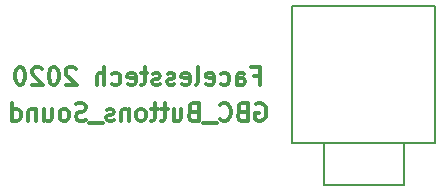
<source format=gbr>
G04 #@! TF.GenerationSoftware,KiCad,Pcbnew,5.0.2+dfsg1-1~bpo9+1*
G04 #@! TF.CreationDate,2020-09-22T18:59:10+01:00*
G04 #@! TF.ProjectId,gbc_outline_buttons_sound_new,6762635f-6f75-4746-9c69-6e655f627574,rev?*
G04 #@! TF.SameCoordinates,Original*
G04 #@! TF.FileFunction,Legend,Bot*
G04 #@! TF.FilePolarity,Positive*
%FSLAX46Y46*%
G04 Gerber Fmt 4.6, Leading zero omitted, Abs format (unit mm)*
G04 Created by KiCad (PCBNEW 5.0.2+dfsg1-1~bpo9+1) date Tue 22 Sep 2020 18:59:10 BST*
%MOMM*%
%LPD*%
G01*
G04 APERTURE LIST*
%ADD10C,0.300000*%
%ADD11C,0.150000*%
G04 APERTURE END LIST*
D10*
X95574760Y-161876040D02*
X95717617Y-161804611D01*
X95931902Y-161804611D01*
X96146188Y-161876040D01*
X96289045Y-162018897D01*
X96360474Y-162161754D01*
X96431902Y-162447468D01*
X96431902Y-162661754D01*
X96360474Y-162947468D01*
X96289045Y-163090325D01*
X96146188Y-163233182D01*
X95931902Y-163304611D01*
X95789045Y-163304611D01*
X95574760Y-163233182D01*
X95503331Y-163161754D01*
X95503331Y-162661754D01*
X95789045Y-162661754D01*
X94360474Y-162518897D02*
X94146188Y-162590325D01*
X94074760Y-162661754D01*
X94003331Y-162804611D01*
X94003331Y-163018897D01*
X94074760Y-163161754D01*
X94146188Y-163233182D01*
X94289045Y-163304611D01*
X94860474Y-163304611D01*
X94860474Y-161804611D01*
X94360474Y-161804611D01*
X94217617Y-161876040D01*
X94146188Y-161947468D01*
X94074760Y-162090325D01*
X94074760Y-162233182D01*
X94146188Y-162376040D01*
X94217617Y-162447468D01*
X94360474Y-162518897D01*
X94860474Y-162518897D01*
X92503331Y-163161754D02*
X92574760Y-163233182D01*
X92789045Y-163304611D01*
X92931902Y-163304611D01*
X93146188Y-163233182D01*
X93289045Y-163090325D01*
X93360474Y-162947468D01*
X93431902Y-162661754D01*
X93431902Y-162447468D01*
X93360474Y-162161754D01*
X93289045Y-162018897D01*
X93146188Y-161876040D01*
X92931902Y-161804611D01*
X92789045Y-161804611D01*
X92574760Y-161876040D01*
X92503331Y-161947468D01*
X92217617Y-163447468D02*
X91074760Y-163447468D01*
X90217617Y-162518897D02*
X90003331Y-162590325D01*
X89931902Y-162661754D01*
X89860474Y-162804611D01*
X89860474Y-163018897D01*
X89931902Y-163161754D01*
X90003331Y-163233182D01*
X90146188Y-163304611D01*
X90717617Y-163304611D01*
X90717617Y-161804611D01*
X90217617Y-161804611D01*
X90074760Y-161876040D01*
X90003331Y-161947468D01*
X89931902Y-162090325D01*
X89931902Y-162233182D01*
X90003331Y-162376040D01*
X90074760Y-162447468D01*
X90217617Y-162518897D01*
X90717617Y-162518897D01*
X88574760Y-162304611D02*
X88574760Y-163304611D01*
X89217617Y-162304611D02*
X89217617Y-163090325D01*
X89146188Y-163233182D01*
X89003331Y-163304611D01*
X88789045Y-163304611D01*
X88646188Y-163233182D01*
X88574760Y-163161754D01*
X88074760Y-162304611D02*
X87503331Y-162304611D01*
X87860474Y-161804611D02*
X87860474Y-163090325D01*
X87789045Y-163233182D01*
X87646188Y-163304611D01*
X87503331Y-163304611D01*
X87217617Y-162304611D02*
X86646188Y-162304611D01*
X87003331Y-161804611D02*
X87003331Y-163090325D01*
X86931902Y-163233182D01*
X86789045Y-163304611D01*
X86646188Y-163304611D01*
X85931902Y-163304611D02*
X86074760Y-163233182D01*
X86146188Y-163161754D01*
X86217617Y-163018897D01*
X86217617Y-162590325D01*
X86146188Y-162447468D01*
X86074760Y-162376040D01*
X85931902Y-162304611D01*
X85717617Y-162304611D01*
X85574760Y-162376040D01*
X85503331Y-162447468D01*
X85431902Y-162590325D01*
X85431902Y-163018897D01*
X85503331Y-163161754D01*
X85574760Y-163233182D01*
X85717617Y-163304611D01*
X85931902Y-163304611D01*
X84789045Y-162304611D02*
X84789045Y-163304611D01*
X84789045Y-162447468D02*
X84717617Y-162376040D01*
X84574760Y-162304611D01*
X84360474Y-162304611D01*
X84217617Y-162376040D01*
X84146188Y-162518897D01*
X84146188Y-163304611D01*
X83503331Y-163233182D02*
X83360474Y-163304611D01*
X83074760Y-163304611D01*
X82931902Y-163233182D01*
X82860474Y-163090325D01*
X82860474Y-163018897D01*
X82931902Y-162876040D01*
X83074760Y-162804611D01*
X83289045Y-162804611D01*
X83431902Y-162733182D01*
X83503331Y-162590325D01*
X83503331Y-162518897D01*
X83431902Y-162376040D01*
X83289045Y-162304611D01*
X83074760Y-162304611D01*
X82931902Y-162376040D01*
X82574760Y-163447468D02*
X81431902Y-163447468D01*
X81146188Y-163233182D02*
X80931902Y-163304611D01*
X80574760Y-163304611D01*
X80431902Y-163233182D01*
X80360474Y-163161754D01*
X80289045Y-163018897D01*
X80289045Y-162876040D01*
X80360474Y-162733182D01*
X80431902Y-162661754D01*
X80574760Y-162590325D01*
X80860474Y-162518897D01*
X81003331Y-162447468D01*
X81074760Y-162376040D01*
X81146188Y-162233182D01*
X81146188Y-162090325D01*
X81074760Y-161947468D01*
X81003331Y-161876040D01*
X80860474Y-161804611D01*
X80503331Y-161804611D01*
X80289045Y-161876040D01*
X79431902Y-163304611D02*
X79574760Y-163233182D01*
X79646188Y-163161754D01*
X79717617Y-163018897D01*
X79717617Y-162590325D01*
X79646188Y-162447468D01*
X79574760Y-162376040D01*
X79431902Y-162304611D01*
X79217617Y-162304611D01*
X79074760Y-162376040D01*
X79003331Y-162447468D01*
X78931902Y-162590325D01*
X78931902Y-163018897D01*
X79003331Y-163161754D01*
X79074760Y-163233182D01*
X79217617Y-163304611D01*
X79431902Y-163304611D01*
X77646188Y-162304611D02*
X77646188Y-163304611D01*
X78289045Y-162304611D02*
X78289045Y-163090325D01*
X78217617Y-163233182D01*
X78074760Y-163304611D01*
X77860474Y-163304611D01*
X77717617Y-163233182D01*
X77646188Y-163161754D01*
X76931902Y-162304611D02*
X76931902Y-163304611D01*
X76931902Y-162447468D02*
X76860474Y-162376040D01*
X76717617Y-162304611D01*
X76503331Y-162304611D01*
X76360474Y-162376040D01*
X76289045Y-162518897D01*
X76289045Y-163304611D01*
X74931902Y-163304611D02*
X74931902Y-161804611D01*
X74931902Y-163233182D02*
X75074760Y-163304611D01*
X75360474Y-163304611D01*
X75503331Y-163233182D01*
X75574760Y-163161754D01*
X75646188Y-163018897D01*
X75646188Y-162590325D01*
X75574760Y-162447468D01*
X75503331Y-162376040D01*
X75360474Y-162304611D01*
X75074760Y-162304611D01*
X74931902Y-162376040D01*
X95363548Y-159470897D02*
X95863548Y-159470897D01*
X95863548Y-160256611D02*
X95863548Y-158756611D01*
X95149262Y-158756611D01*
X93934977Y-160256611D02*
X93934977Y-159470897D01*
X94006405Y-159328040D01*
X94149262Y-159256611D01*
X94434977Y-159256611D01*
X94577834Y-159328040D01*
X93934977Y-160185182D02*
X94077834Y-160256611D01*
X94434977Y-160256611D01*
X94577834Y-160185182D01*
X94649262Y-160042325D01*
X94649262Y-159899468D01*
X94577834Y-159756611D01*
X94434977Y-159685182D01*
X94077834Y-159685182D01*
X93934977Y-159613754D01*
X92577834Y-160185182D02*
X92720691Y-160256611D01*
X93006405Y-160256611D01*
X93149262Y-160185182D01*
X93220691Y-160113754D01*
X93292119Y-159970897D01*
X93292119Y-159542325D01*
X93220691Y-159399468D01*
X93149262Y-159328040D01*
X93006405Y-159256611D01*
X92720691Y-159256611D01*
X92577834Y-159328040D01*
X91363548Y-160185182D02*
X91506405Y-160256611D01*
X91792119Y-160256611D01*
X91934977Y-160185182D01*
X92006405Y-160042325D01*
X92006405Y-159470897D01*
X91934977Y-159328040D01*
X91792119Y-159256611D01*
X91506405Y-159256611D01*
X91363548Y-159328040D01*
X91292119Y-159470897D01*
X91292119Y-159613754D01*
X92006405Y-159756611D01*
X90434977Y-160256611D02*
X90577834Y-160185182D01*
X90649262Y-160042325D01*
X90649262Y-158756611D01*
X89292119Y-160185182D02*
X89434977Y-160256611D01*
X89720691Y-160256611D01*
X89863548Y-160185182D01*
X89934977Y-160042325D01*
X89934977Y-159470897D01*
X89863548Y-159328040D01*
X89720691Y-159256611D01*
X89434977Y-159256611D01*
X89292119Y-159328040D01*
X89220691Y-159470897D01*
X89220691Y-159613754D01*
X89934977Y-159756611D01*
X88649262Y-160185182D02*
X88506405Y-160256611D01*
X88220691Y-160256611D01*
X88077834Y-160185182D01*
X88006405Y-160042325D01*
X88006405Y-159970897D01*
X88077834Y-159828040D01*
X88220691Y-159756611D01*
X88434977Y-159756611D01*
X88577834Y-159685182D01*
X88649262Y-159542325D01*
X88649262Y-159470897D01*
X88577834Y-159328040D01*
X88434977Y-159256611D01*
X88220691Y-159256611D01*
X88077834Y-159328040D01*
X87434977Y-160185182D02*
X87292119Y-160256611D01*
X87006405Y-160256611D01*
X86863548Y-160185182D01*
X86792119Y-160042325D01*
X86792119Y-159970897D01*
X86863548Y-159828040D01*
X87006405Y-159756611D01*
X87220691Y-159756611D01*
X87363548Y-159685182D01*
X87434977Y-159542325D01*
X87434977Y-159470897D01*
X87363548Y-159328040D01*
X87220691Y-159256611D01*
X87006405Y-159256611D01*
X86863548Y-159328040D01*
X86363548Y-159256611D02*
X85792119Y-159256611D01*
X86149262Y-158756611D02*
X86149262Y-160042325D01*
X86077834Y-160185182D01*
X85934977Y-160256611D01*
X85792119Y-160256611D01*
X84720691Y-160185182D02*
X84863548Y-160256611D01*
X85149262Y-160256611D01*
X85292119Y-160185182D01*
X85363548Y-160042325D01*
X85363548Y-159470897D01*
X85292119Y-159328040D01*
X85149262Y-159256611D01*
X84863548Y-159256611D01*
X84720691Y-159328040D01*
X84649262Y-159470897D01*
X84649262Y-159613754D01*
X85363548Y-159756611D01*
X83363548Y-160185182D02*
X83506405Y-160256611D01*
X83792119Y-160256611D01*
X83934977Y-160185182D01*
X84006405Y-160113754D01*
X84077834Y-159970897D01*
X84077834Y-159542325D01*
X84006405Y-159399468D01*
X83934977Y-159328040D01*
X83792119Y-159256611D01*
X83506405Y-159256611D01*
X83363548Y-159328040D01*
X82720691Y-160256611D02*
X82720691Y-158756611D01*
X82077834Y-160256611D02*
X82077834Y-159470897D01*
X82149262Y-159328040D01*
X82292119Y-159256611D01*
X82506405Y-159256611D01*
X82649262Y-159328040D01*
X82720691Y-159399468D01*
X80292119Y-158899468D02*
X80220691Y-158828040D01*
X80077834Y-158756611D01*
X79720691Y-158756611D01*
X79577834Y-158828040D01*
X79506405Y-158899468D01*
X79434977Y-159042325D01*
X79434977Y-159185182D01*
X79506405Y-159399468D01*
X80363548Y-160256611D01*
X79434977Y-160256611D01*
X78506405Y-158756611D02*
X78363548Y-158756611D01*
X78220691Y-158828040D01*
X78149262Y-158899468D01*
X78077834Y-159042325D01*
X78006405Y-159328040D01*
X78006405Y-159685182D01*
X78077834Y-159970897D01*
X78149262Y-160113754D01*
X78220691Y-160185182D01*
X78363548Y-160256611D01*
X78506405Y-160256611D01*
X78649262Y-160185182D01*
X78720691Y-160113754D01*
X78792119Y-159970897D01*
X78863548Y-159685182D01*
X78863548Y-159328040D01*
X78792119Y-159042325D01*
X78720691Y-158899468D01*
X78649262Y-158828040D01*
X78506405Y-158756611D01*
X77434977Y-158899468D02*
X77363548Y-158828040D01*
X77220691Y-158756611D01*
X76863548Y-158756611D01*
X76720691Y-158828040D01*
X76649262Y-158899468D01*
X76577834Y-159042325D01*
X76577834Y-159185182D01*
X76649262Y-159399468D01*
X77506405Y-160256611D01*
X76577834Y-160256611D01*
X75649262Y-158756611D02*
X75506405Y-158756611D01*
X75363548Y-158828040D01*
X75292119Y-158899468D01*
X75220691Y-159042325D01*
X75149262Y-159328040D01*
X75149262Y-159685182D01*
X75220691Y-159970897D01*
X75292119Y-160113754D01*
X75363548Y-160185182D01*
X75506405Y-160256611D01*
X75649262Y-160256611D01*
X75792119Y-160185182D01*
X75863548Y-160113754D01*
X75934977Y-159970897D01*
X76006405Y-159685182D01*
X76006405Y-159328040D01*
X75934977Y-159042325D01*
X75863548Y-158899468D01*
X75792119Y-158828040D01*
X75649262Y-158756611D01*
D11*
G04 #@! TO.C,U1*
X98645980Y-153553160D02*
X110710980Y-153553160D01*
X110710980Y-153553160D02*
X110710980Y-165224460D01*
X110710980Y-165224460D02*
X98645980Y-165224460D01*
X98645980Y-165224460D02*
X98645980Y-153553160D01*
X101287580Y-165224460D02*
X101287580Y-168704260D01*
X101287580Y-168704260D02*
X108069380Y-168704260D01*
X108069380Y-168704260D02*
X108069380Y-165224460D01*
G04 #@! TD*
M02*

</source>
